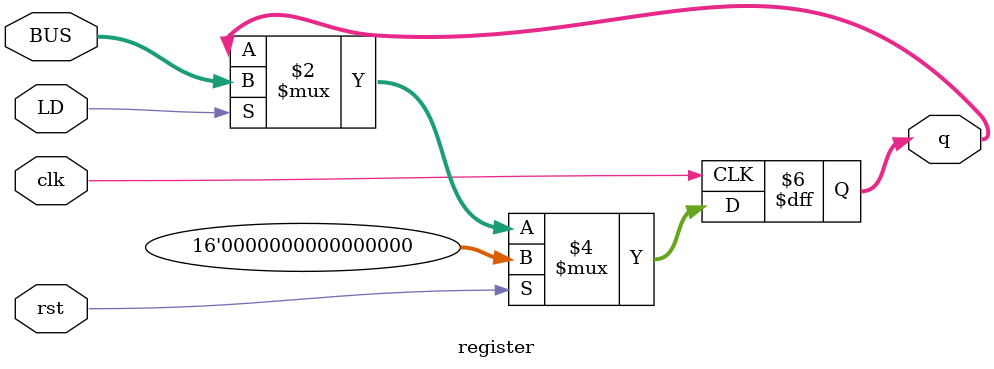
<source format=v>
module registers (clk, rst, BUS, LD, t0, t1, t2, t3, i0, i1, const);
    input clk, rst;
    input [15:0] BUS;
    input [3:0] LD;
    output [15:0] t0, t1, t2, t3, i0, i1, const;
    register regt0(clk, rst, LD[3], BUS, t0);
    register regt1(clk, rst, LD[2], BUS, t1);
    register regt2(clk, rst, LD[1], BUS, t2);
    register regt3(clk, rst, LD[0], BUS, t3);
    register regi0(clk, rst, 1'b1, 16'd10, i0);
    register regi1(clk, rst, 1'b1, 16'd100, i1);
    register regconst(clk, rst, 1'b1, 16'd0, const);
endmodule
module register (
    input clk,
    input rst,
    input LD,
    input [15:0] BUS,
    output reg [15:0] q
);
    always @(posedge clk) begin
        if(rst) begin
            q <= 16'd0;
        end else begin
            q <= (LD) ? BUS : q;
        end
    end
endmodule
</source>
